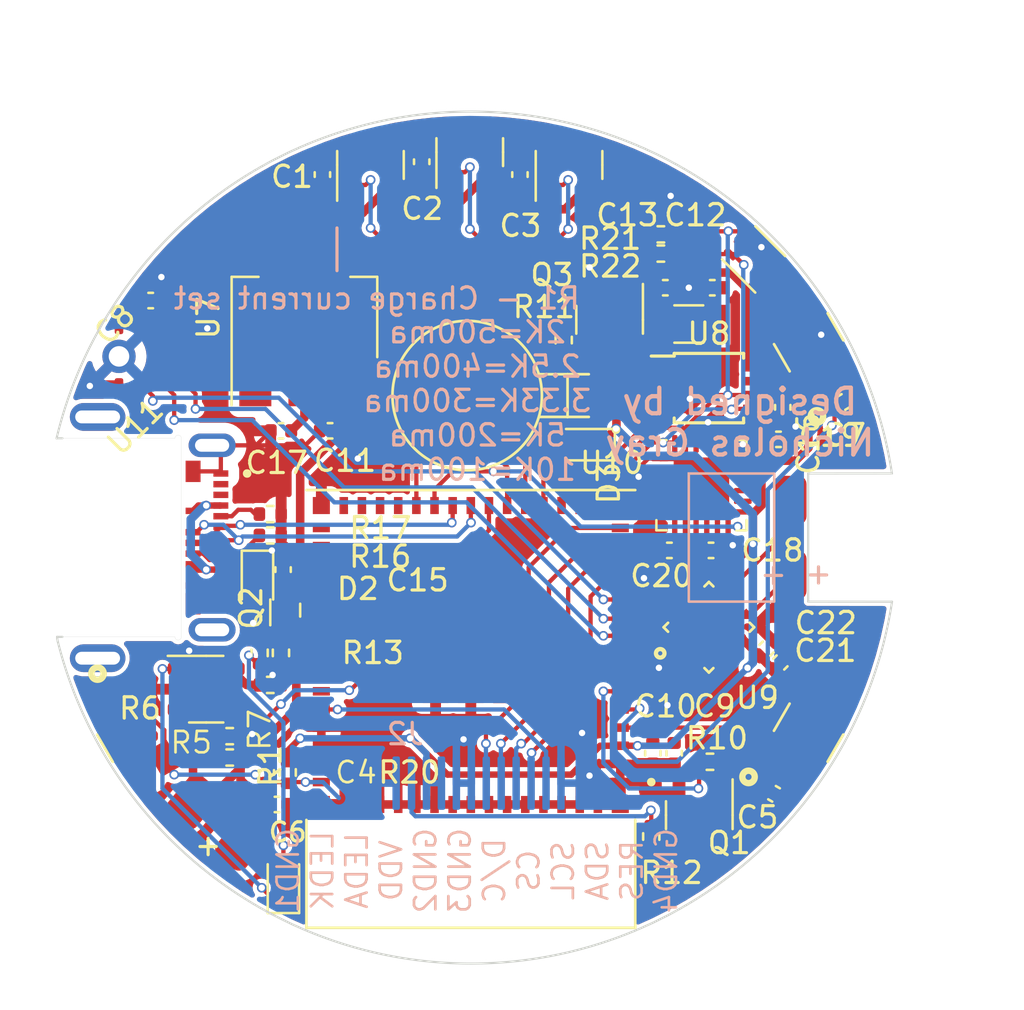
<source format=kicad_pcb>
(kicad_pcb (version 20211014) (generator pcbnew)
  (layers (0 "F.Cu" signal) (31 "B.Cu" signal) (34 "B.Paste" user) (35 "F.Paste" user) (36 "B.SilkS" user "B.Silkscreen") (37 "F.SilkS" user "F.Silkscreen") (38 "B.Mask" user) (39 "F.Mask" user) (44 "Edge.Cuts" user))
  (net 0 "")
  (net 1 "+3V3")
  (net 2 "GND")
  (net 3 "EN")
  (net 4 "IO0")
  (net 5 "+BATT")
  (net 6 "IO1")
  (net 7 "PSU")
  (net 8 "Net-(C12-Pad2)")
  (net 9 "Net-(C13-Pad1)")
  (net 10 "Net-(TP16-Pad1)")
  (net 11 "Net-(C18-Pad1)")
  (net 12 "Net-(C19-Pad2)")
  (net 13 "STAT")
  (net 14 "VCC_IN")
  (net 15 "CC1")
  (net 16 "D+")
  (net 17 "D-")
  (net 18 "CC2")
  (net 19 "Net-(TP18-Pad1)")
  (net 20 "Net-(LS1-Pad1)")
  (net 21 "Net-(LS1-Pad2)")
  (net 22 "Net-(Q1-Pad1)")
  (net 23 "Net-(Q1-Pad3)")
  (net 24 "Net-(R1-Pad2)")
  (net 25 "HES1")
  (net 26 "HES2")
  (net 27 "HES3")
  (net 28 "Battery")
  (net 29 "Net-(TP19-Pad1)")
  (net 30 "LED")
  (net 31 "Net-(J2-Pad2)")
  (net 32 "Net-(TP20-Pad1)")
  (net 33 "LRCLK{slash}WS")
  (net 34 "BCLK{slash}SCK")
  (net 35 "GAIN")
  (net 36 "DIN{slash}SD")
  (net 37 "SD")
  (net 38 "Net-(TP21-Pad1)")
  (net 39 "INT1")
  (net 40 "Net-(TP22-Pad1)")
  (net 41 "Net-(TP23-Pad1)")
  (net 42 "Net-(TP24-Pad1)")
  (net 43 "Net-(TP25-Pad1)")
  (net 44 "Net-(TP26-Pad1)")
  (net 45 "Net-(TP27-Pad1)")
  (net 51 "SCL")
  (net 53 "SDA")
  (net 66 "DC")
  (net 67 "CS")
  (net 68 "SCK")
  (net 69 "MOSI")
  (net 70 "RES")
  (net 71 "INT")
  (net 73 "Net-(Q3-Pad1)")
  (net 74 "HMotor")
  (net 75 "Net-(D3-Pad2)")
  (net 81 "Net-(D1-Pad2)")
  (footprint "Resistor_SMD:R_0402_1005Metric" (layer "F.Cu") (at 141.7 96.9 180)
    (fp_text reference "R1")
    (fp_text value "2.5K")
  )
  (footprint "Package_TO_SOT_SMD:SOT-23" (layer "F.Cu") (at 151.041608 71.95 90)
    (fp_text reference "U2" hide)
    (fp_text value "XC3202B183MR-G")
  )
  (footprint "Capacitor_SMD:C_0402_1005Metric" (layer "F.Cu") (at 164.941608 95.2 45)
    (fp_text reference "C22")
    (fp_text value "10uF")
  )
  (footprint "Capacitor_SMD:C_0402_1005Metric" (layer "F.Cu") (at 160.391608 90.6)
    (fp_text reference "C20")
    (fp_text value "0.1uF")
  )
  (footprint "Capacitor_SMD:C_0402_1005Metric" (layer "F.Cu") (at 142.3 91.5 90)
    (fp_text reference "C15")
    (fp_text value "1uF")
  )
  (footprint "Capacitor_SMD:C_0402_1005Metric" (layer "F.Cu") (at 165.591608 95.85 45)
    (fp_text reference "C21")
    (fp_text value "0.1uF")
  )
  (footprint "Resistor_SMD:R_0402_1005Metric" (layer "F.Cu") (at 159.541608 104 90)
    (fp_text reference "R12")
    (fp_text value "10")
  )
  (footprint "Package_TO_SOT_SMD:SOT-23" (layer "F.Cu") (at 157.591608 79.8 -90)
    (fp_text reference "Q3")
    (fp_text value "s8050")
  )
  (footprint "Capacitor_SMD:C_0402_1005Metric" (layer "F.Cu") (at 165.291608 102 -30)
    (fp_text reference "C5")
    (fp_text value "0.1uF")
  )
  (footprint "Capacitor_SMD:C_0402_1005Metric" (layer "F.Cu") (at 165.5 85.4 180)
    (fp_text reference "C19")
    (fp_text value "22nF")
  )
  (footprint "Resistor_SMD:R_0402_1005Metric" (layer "F.Cu") (at 141.7 88.9 180)
    (fp_text reference "R17")
    (fp_text value "5.1K")
  )
  (footprint "Capacitor_SMD:C_0402_1005Metric" (layer "F.Cu") (at 160.615192 100.1 -90)
    (fp_text reference "C9")
    (fp_text value "0.1uF")
  )
  (footprint "Capacitor_SMD:C_0402_1005Metric" (layer "F.Cu") (at 144.141608 73 90)
    (fp_text reference "C1")
    (fp_text value "0.1uF")
  )
  (footprint "Resistor_SMD:R_0402_1005Metric" (layer "F.Cu") (at 142.2 95.4 90)
    (fp_text reference "R13")
    (fp_text value "100K")
  )
  (footprint "OptoDevice:Lite-On_LTR-303ALS-01" (layer "F.Cu") (at 164.341608 76.9 135)
    (fp_text reference "U6" hide)
    (fp_text value "LTR-303ALS-01")
  )
  (footprint "Capacitor_SMD:C_0402_1005Metric" (layer "F.Cu") (at 165.7 83.9 90)
    (fp_text reference "C16")
    (fp_text value "0.1uF")
  )
  (footprint "Capacitor_SMD:C_0402_1005Metric" (layer "F.Cu") (at 148.791608 72.4 90)
    (fp_text reference "C2")
    (fp_text value "0.1uF")
  )
  (footprint "Capacitor_SMD:C_0402_1005Metric" (layer "F.Cu") (at 142.2 85)
    (fp_text reference "C17")
    (fp_text value "10uF")
  )
  (footprint "Package_TO_SOT_SMD:SOT-23" (layer "F.Cu") (at 161.791608 103 -90)
    (fp_text reference "Q1")
    (fp_text value "s8050")
  )
  (footprint "Capacitor_SMD:C_0402_1005Metric" (layer "F.Cu") (at 141.515192 101 90)
    (fp_text reference "C4")
    (fp_text value "0.1uF")
  )
  (footprint "Resistor_SMD:R_0402_1005Metric" (layer "F.Cu") (at 141.2 95.4 90)
    (fp_text reference "R7")
    (fp_text value "470")
  )
  (footprint "Crystal:Crystal_SMD_3215-2Pin_3.2x1.5mm" (layer "F.Cu") (at 161.3 80 180)
    (fp_text reference "Y1" hide)
    (fp_text value "32.768KHz")
  )
  (footprint "Capacitor_SMD:C_0402_1005Metric" (layer "F.Cu") (at 160.2 78.3)
    (fp_text reference "C13")
    (fp_text value "12pF")
  )
  (footprint "Resistor_SMD:R_0402_1005Metric" (layer "F.Cu") (at 141.7 89.9 180)
    (fp_text reference "R16")
    (fp_text value "5.1K")
  )
  (footprint "footprint:SW_EVQ-P7J01P" (layer "F.Cu") (at 166.91015 99.1375 60)
    (fp_text reference "SW2" hide)
    (fp_text value "SW_Push")
  )
  (footprint "Resistor_SMD:R_0402_1005Metric" (layer "F.Cu") (at 155.441608 80.75 90)
    (fp_text reference "R11")
    (fp_text value "1K")
  )
  (footprint "Capacitor_SMD:C_0402_1005Metric" (layer "F.Cu") (at 153.391608 73 90)
    (fp_text reference "C3")
    (fp_text value "0.1uF")
  )
  (footprint "Diode_SMD:D_0603_1608Metric" (layer "F.Cu") (at 156.35 85.65 180)
    (fp_text reference "D3")
    (fp_text value "SD0805S020S1R0")
  )
  (footprint "footprint:QFN50P300X300X80-17N" (layer "F.Cu") (at 162.241608 94.2 45)
    (fp_text reference "U9")
    (fp_text value "MAX98357AETE")
  )
  (footprint "footprint:XCVR_ESP32-S3-MINI-1-N8" (layer "F.Cu") (at 151.091608 95.5 180)
    (fp_text reference "U4" hide)
    (fp_text value "ESP32-S3-MINI-1-N8")
  )
  (footprint "Capacitor_SMD:C_0402_1005Metric" (layer "F.Cu") (at 159.615192 100.1 -90)
    (fp_text reference "C10")
    (fp_text value "22uF")
  )
  (footprint "Package_TO_SOT_SMD:SOT-223" (layer "F.Cu") (at 143.3 79.7 90)
    (fp_text reference "U7")
    (fp_text value "AZ1117-3.3")
  )
  (footprint "Capacitor_SMD:C_0402_1005Metric" (layer "F.Cu") (at 162.4 78.3)
    (fp_text reference "C12")
    (fp_text value "12pF")
  )
  (footprint "footprint:Batt" (layer "F.Cu") (at 137.429421 105.482283 -40)
    (fp_text reference "BT1" hide)
    (fp_text value "Battery")
  )
  (footprint "LED_SMD:LED_0603_1608Metric" (layer "F.Cu") (at 142.315192 106.1 90)
    (fp_text reference "D1" hide)
    (fp_text value "LED")
  )
  (footprint "Package_SO:TSSOP-8_3x3mm_P0.65mm" (layer "F.Cu") (at 162.241608 83)
    (fp_text reference "U8")
    (fp_text value "PCF8563TS")
  )
  (footprint "Capacitor_SMD:C_0402_1005Metric" (layer "F.Cu") (at 168.541608 83.65 30)
    (fp_text reference "C7")
    (fp_text value "0.1uF")
  )
  (footprint "Resistor_SMD:R_0402_1005Metric" (layer "F.Cu") (at 162.291608 100.5)
    (fp_text reference "R10")
    (fp_text value "1K")
  )
  (footprint "footprint:SW_EVQ-P7J01P" (layer "F.Cu") (at 135.210192 99.140565 -60)
    (fp_text reference "SW1" hide)
    (fp_text value "SW_Push")
  )
  (footprint "Package_TO_SOT_SMD:SOT-23-5" (layer "F.Cu") (at 138.7 97.1)
    (fp_text reference "U5" hide)
    (fp_text value "MCP73831T-2ATI/OT")
  )
  (footprint "Package_TO_SOT_SMD:SOT-723" (layer "F.Cu") (at 142.4 93.4 90)
    (fp_text reference "Q2")
    (fp_text value "CJ3139K")
  )
  (footprint "Package_TO_SOT_SMD:SOT-23" (layer "F.Cu") (at 155.691608 72.55 90)
    (fp_text reference "U3" hide)
    (fp_text value "XC3202B183MR-G")
  )
  (footprint "Package_DFN_QFN:QFN-24-1EP_4x4mm_P0.5mm_EP2.6x2.6mm" (layer "F.Cu") (at 161.891608 87.55)
    (fp_text reference "U10")
    (fp_text value "MPU6050")
  )
  (footprint "Resistor_SMD:R_0402_1005Metric" (layer "F.Cu") (at 159.991608 76.7)
    (fp_text reference "R22")
    (fp_text value "4.7K")
  )
  (footprint "Diode_SMD:D_0603_1608Metric" (layer "F.Cu") (at 141.1 92.1 -90)
    (fp_text reference "D2")
    (fp_text value "SD0805S020S1R0")
  )
  (footprint "footprint:SW_EVQ-P7J01P" (layer "F.Cu") (at 166.91374 80.853654 120)
    (fp_text reference "SW3" hide)
    (fp_text value "SW_Push")
  )
  (footprint "Capacitor_SMD:C_0402_1005Metric" (layer "F.Cu") (at 144.5 85)
    (fp_text reference "C11")
    (fp_text value "10uF")
  )
  (footprint "Resistor_SMD:R_0402_1005Metric" (layer "F.Cu") (at 139.8 100.3 180)
    (fp_text reference "R5")
    (fp_text value "442K")
  )
  (footprint "footprint:XDCR_C0720B001F" (layer "F.Cu") (at 152.891608 83.35 90)
    (fp_text reference "M1" hide)
    (fp_text value "HMotor")
  )
  (footprint "Package_TO_SOT_SMD:SOT-23" (layer "F.Cu") (at 146.391608 72.55 90)
    (fp_text reference "U1" hide)
    (fp_text value "XC3202B183MR-G")
  )
  (footprint "footprint:INMP441" (layer "F.Cu") (at 135.665 77.515 180)
    (fp_text reference "U11")
    (fp_text value "INMP441")
  )
  (footprint "Capacitor_SMD:C_0402_1005Metric" (layer "F.Cu") (at 142.015192 102.5)
    (fp_text reference "C6")
    (fp_text value "4.7uF")
  )
  (footprint "footprint:MOLEX_1054550101" (layer "F.Cu") (at 135.615192 90 -90)
    (fp_text reference "J1" hide)
    (fp_text value "1054550101")
    (fp_line (start -4.65 -1.92) (end 4.65 -1.92) (layer "Edge.Cuts") (width 0.01))
    (fp_line (start 4.65 3.65) (end 4.65 -1.62) (layer "Edge.Cuts") (width 0.01))
    (fp_line (start -4.65 3.65) (end -4.65 -1.62) (layer "Edge.Cuts") (width 0.01))
    (fp_arc (start 4.8 -1.77) (mid 4.756066 -1.663934) (end 4.65 -1.62) (layer "Edge.Cuts") (width 0.01))
    (fp_arc (start -4.8 -1.77) (mid -4.756066 -1.876066) (end -4.65 -1.92) (layer "Edge.Cuts") (width 0.01))
    (fp_arc (start -4.65 -1.62) (mid -4.756066 -1.663934) (end -4.8 -1.77) (layer "Edge.Cuts") (width 0.01))
    (fp_arc (start 4.65 -1.92) (mid 4.756066 -1.876066) (end 4.8 -1.77) (layer "Edge.Cuts") (width 0.01))
  )
  (footprint "Resistor_SMD:R_0402_1005Metric" (layer "F.Cu") (at 139.8 99.3)
    (fp_text reference "R6")
    (fp_text value "160K")
  )
  (footprint "Resistor_SMD:R_0402_1005Metric" (layer "F.Cu") (at 159.991608 75.8)
    (fp_text reference "R21")
    (fp_text value "4.7K")
  )
  (footprint "Resistor_SMD:R_0402_1005Metric" (layer "F.Cu") (at 142.515192 101 -90)
    (fp_text reference "R20")
    (fp_text value "10k")
  )
  (footprint "Capacitor_SMD:C_0402_1005Metric" (layer "F.Cu") (at 136.1 78.9)
    (fp_text reference "C8")
    (fp_text value "0.1uF")
  )
  (footprint "Capacitor_SMD:C_0402_1005Metric" (layer "F.Cu") (at 162.341608 90.6)
    (fp_text reference "C18")
    (fp_text value "0.1uF")
  )
  (footprint "footprint:Speaker6mm" (layer "B.Cu") (at 169.3 90 -90)
    (fp_text reference "LS1" hide)
    (fp_text value "Speaker")
  )
  (footprint "footprint:Circular Display connector" (layer "B.Cu") (at 149.715192 104.3 180)
    (fp_text reference "J2")
    (fp_text value "Display")
  )
  (gr_line (start 144.823584 77.5) (end 144.823584 75.5) (layer "B.SilkS") (width 0.15))
  (gr_line (start 166.891608 87) (end 166.891608 93) (layer "Edge.Cuts") (width 0.1))
  (gr_line (start 131.715192 94.65) (end 131.965192 94.65) (layer "Edge.Cuts") (width 0.1))
  (gr_line (start 131.691609 85.35) (end 131.965192 85.35) (layer "Edge.Cuts") (width 0.1))
  (gr_line (start 170.813733 86.996629) (end 166.891608 87) (layer "Edge.Cuts") (width 0.1))
  (gr_line (start 131.725192 94.75) (end 131.715192 94.65) (layer "Edge.Cuts") (width 0.1))
  (gr_line (start 131.743919 94.849421) (end 131.725192 94.75) (layer "Edge.Cuts") (width 0.1))
  (gr_line (start 170.81739 93.003927) (end 166.891608 93) (layer "Edge.Cuts") (width 0.1))
  (gr_arc (start 131.691609 85.35) (mid 151.930532 70.068145) (end 170.813733 86.996629) (layer "Edge.Cuts") (width 0.1))
  (gr_arc (start 170.81739 93.003927) (mid 152.036393 109.927439) (end 131.743919 94.849421) (layer "Edge.Cuts") (width 0.1))
  (gr_text "R1 - Charge current set\n" (at 146.689286 78.8) (layer "B.SilkS") (effects (font (size 1 1)) (justify mirror)))
  (gr_text "Designed by\nNicholas Gray\n" (at 163.689286 84.6) (layer "B.SilkS") (effects (font (size 1.2 1.2) (thickness 0.2)) (justify mirror)))
  (gr_text "GND1\nLEDK\nLEDA\nVDD\nGND2\nGND3\nD/C\nCS\nSCL\nSDA\nRES\nGND4\n" (at 151.389286 105.6 90) (layer "B.SilkS") (effects (font (size 1 1) (thickness 0.125)) (justify mirror)))
  (gr_text "+\n" (at 165.265702 91.7) (layer "B.SilkS") (effects (font (size 1 1)) (justify mirror)))
  (gr_text "2K=500ma\n2.5K=400ma\n3.33K=300ma\n5K=200ma\n10K=100ma" (at 151.389286 83.6) (layer "B.SilkS") (effects (font (size 1 1)) (justify mirror)))
  (gr_text "+\n\n" (at 138.789286 105.2) (layer "F.SilkS") (effects (font (size 1 1)) (justify mirror)))
  (segment (start 157.169108 73.4875) (end 159.481608 75.8) (width 0.4) (layer "F.Cu") (net 1))
  (segment (start 161.141608 90.058392) (end 161.1 90.1) (width 0.2) (layer "F.Cu") (net 1))
  (segment (start 150.079108 74.8) (end 151.991608 72.8875) (width 0.4) (layer "F.Cu") (net 1))
  (segment (start 164.125 82.025) (end 164.1 82) (width 0.4) (layer "F.Cu") (net 1))
  (segment (start 164.602197 95.539411) (end 164.602197 95.547803) (width 0.3) (layer "F.Cu") (net 1))
  (segment (start 154.36399 74.62452) (end 155.504588 74.62452) (width 0.4) (layer "F.Cu") (net 1))
  (segment (start 136.715 80.175) (end 135.665 80.175) (width 0.4) (layer "F.Cu") (net 1))
  (segment (start 166.9 85.083193) (end 166.924511 85.058682) (width 0.4) (layer "F.Cu") (net 1))
  (segment (start 158.091608 99.75) (end 157.15 99.75) (width 0.3) (layer "F.Cu") (net 1))
  (segment (start 164.1 78.414401) (end 163.276079 77.59048) (width 0.4) (layer "F.Cu") (net 1))
  (segment (start 153.391608 73.652138) (end 154.36399 74.62452) (width 0.4) (layer "F.Cu") (net 1))
  (segment (start 165.7 83.42) (end 165.7 82.43437) (width 0.4) (layer "F.Cu") (net 1))
  (segment (start 155.504588 74.62452) (end 156.641608 73.4875) (width 0.4) (layer "F.Cu") (net 1))
  (segment (start 160.871608 90.328392) (end 161.1 90.1) (width 0.4) (layer "F.Cu") (net 1))
  (segment (start 166.924511 85.058682) (end 166.924511 84.124511) (width 0.4) (layer "F.Cu") (net 1))
  (segment (start 158.9 99.75) (end 160.485192 99.75) (width 0.3) (layer "F.Cu") (net 1))
  (segment (start 139.6 78.9) (end 136.58 78.9) (width 0.4) (layer "F.Cu") (net 1))
  (segment (start 151.991608 73.391608) (end 152.08 73.48) (width 0.4) (layer "F.Cu") (net 1))
  (segment (start 143.3 82.85) (end 143.3 82.6) (width 0.4) (layer "F.Cu") (net 1))
  (segment (start 166.9 85.8) (end 166.9 85.083193) (width 0.4) (layer "F.Cu") (net 1))
  (segment (start 136.58 80.04) (end 136.715 80.175) (width 0.4) (layer "F.Cu") (net 1))
  (segment (start 142.515192 100.49) (end 142.515192 99.984808) (width 0.3) (layer "F.Cu") (net 1))
  (segment (start 165.7 82.43437) (end 165.29063 82.025) (width 0.4) (layer "F.Cu") (net 1))
  (segment (start 150 101.1) (end 148.3 99.4) (width 0.3) (layer "F.Cu") (net 1))
  (segment (start 164.7 88.495002) (end 164.7 87.1) (width 0.4) (layer "F.Cu") (net 1))
  (segment (start 156.641608 73.4875) (end 157.169108 73.4875) (width 0.4) (layer "F.Cu") (net 1))
  (segment (start 165.29063 82.025) (end 164.391608 82.025) (width 0.4) (layer "F.Cu") (net 1))
  (segment (start 159.481608 75.8) (end 159.481608 76.7) (width 0.4) (layer "F.Cu") (net 1))
  (segment (start 139.6 76.550978) (end 142.670978 73.48) (width 0.4) (layer "F.Cu") (net 1))
  (segment (start 157.15 99.75) (end 155.8 101.1) (width 0.3) (layer "F.Cu") (net 1))
  (segment (start 164.3 90.3) (end 163.29048 91.30952) (width 0.4) (layer "F.Cu") (net 1))
  (segment (start 164.602197 95.547803) (end 164.05 96.1) (width 0.3) (layer "F.Cu") (net 1))
  (segment (start 166.3 86.4) (end 166.9 85.8) (width 0.4) (layer "F.Cu") (net 1))
  (segment (start 148.6 74.8) (end 150.079108 74.8) (width 0.4) (layer "F.Cu") (net 1))
  (segment (start 153.391608 73.48) (end 153.391608 73.652138) (width 0.4) (layer "F.Cu") (net 1))
  (segment (start 165.4 86.4) (end 166.3 86.4) (width 0.4) (layer "F.Cu") (net 1))
  (segment (start 163.786636 94.684368) (end 163.786636 94.684369) (width 0.4) (layer "F.Cu") (net 1))
  (segment (start 161.20952 91.30952) (end 160.871608 90.971608) (width 0.4) (layer "F.Cu") (net 1))
  (segment (start 164.7 87.1) (end 165.4 86.4) (width 0.4) (layer "F.Cu") (net 1))
  (segment (start 163.276079 77.59048) (end 160.09048 77.59048) (width 0.4) (layer "F.Cu") (net 1))
  (segment (start 163.786636 94.684369) (end 163.457493 95.013512) (width 0.4) (layer "F.Cu") (net 1))
  (segment (start 164.1 78.414401) (end 164.518385 77.996016) (width 0.4) (layer "F.Cu") (net 1))
  (segment (start 139.6 78.9) (end 139.6 76.550978) (width 0.4) (layer "F.Cu") (net 1))
  (segment (start 147.341608 73.4875) (end 148.184108 73.4875) (width 0.4) (layer "F.Cu") (net 1))
  (segment (start 160.871608 90.6) (end 160.871608 90.328392) (width 0.4) (layer "F.Cu") (net 1))
  (segment (start 151.991608 72.8875) (end 151.991608 73.391608) (width 0.4) (layer "F.Cu") (net 1))
  (segment (start 142.515192 99.984808) (end 143.1 99.4) (width 0.3) (layer "F.Cu") (net 1))
  (segment (start 143.3 82.6) (end 139.6 78.9) (width 0.4) (layer "F.Cu") (net 1))
  (segment (start 157.911608 84.875892) (end 157.89375 84.89375) (width 0.4) (layer "F.Cu") (net 1))
  (segment (start 163.29048 91.30952) (end 161.20952 91.30952) (width 0.4) (layer "F.Cu") (net 1))
  (segment (start 144.6 74.8) (end 146.029108 74.8) (width 0.4) (layer "F.Cu") (net 1))
  (segment (start 161.141608 89.4875) (end 161.141608 90.058392) (width 0.2) (layer "F.Cu") (net 1))
  (segment (start 147.341608 73.4875) (end 147.341608 73.541608) (width 0.4) (layer "F.Cu") (net 1))
  (segment (start 160.871608 90.971608) (end 160.871608 90.6) (width 0.4) (layer "F.Cu") (net 1))
  (segment (start 136.58 78.9) (end 136.58 80.04) (width 0.4) (layer "F.Cu") (net 1))
  (segment (start 143.3 82.85) (end 143.3 84.38) (width 0.4) (layer "F.Cu") (net 1))
  (segment (start 147.341608 73.541608) (end 148.6 74.8) (width 0.4) (layer "F.Cu") (net 1))
  (segment (start 152.08 73.48) (end 153.391608 73.48) (width 0.4) (layer "F.Cu") (net 1))
  (segment (start 157.89375 84.89375) (end 157.1375 85.65) (width 0.4) (layer "F.Cu") (net 1))
  (segment (start 166.22 83.42) (end 165.7 83.42) (width 0.4) (layer "F.Cu") (net 1))
  (segment (start 148.184108 73.4875) (end 148.791608 72.88) (width 0.4) (layer "F.Cu") (net 1))
  (segment (start 144.141608 74.341608) (end 144.6 74.8) (width 0.4) (layer "F.Cu") (net 1))
  (segment (start 164.3 88.895002) (end 164.7 88.495002) (width 0.4) (layer "F.Cu") (net 1))
  (segment (start 163.786636 94.72385) (end 165.252197 96.189411) (width 0.4) (layer "F.Cu") (net 1))
  (segment (start 143.3 84.38) (end 142.68 85) (width 0.4) (layer "F.Cu") (net 1))
  (segment (start 164.391608 82.025) (end 164.125 82.025) (width 0.4) (layer "F.Cu") (net 1))
  (segment (start 144.141608 73.48) (end 144.141608 74.341608) (width 0.4) (layer "F.Cu") (net 1))
  (segment (start 142.670978 73.48) (end 144.141608 73.48) (width 0.4) (layer "F.Cu") (net 1))
  (segment (start 166.924511 84.124511) (end 166.22 83.42) (width 0.4) (layer "F.Cu") (net 1))
  (segment (start 160.485192 99.75) (end 160.615192 99.62) (width 0.3) (layer "F.Cu") (net 1))
  (segment (start 155.8 101.1) (end 150 101.1) (width 0.3) (layer "F.Cu") (net 1))
  (segment (start 158.091608 99.75) (end 158.9 99.75) (width 0.3) (layer "F.Cu") (net 1))
  (segment (start 164.1 82) (end 164.1 78.414401) (width 0.4) (layer "F.Cu") (net 1))
  (segment (start 146.029108 74.8) (end 147.341608 73.4875) (width 0.4) (layer "F.Cu") (net 1))
  (segment (start 159.481608 76.981608) (end 159.481608 76.7) (width 0.4) (layer "F.Cu") (net 1))
  (segment (start 160.09048 77.59048) (end 159.481608 76.981608) (width 0.4) (layer "F.Cu") (net 1))
  (segment (start 164.3 90.3) (end 164.3 88.895002) (width 0.4) (layer "F.Cu") (net 1))
  (segment (start 157.911608 83.95) (end 157.911608 84.875892) (width 0.4) (layer "F.Cu") (net 1))
  (segment (start 163.786636 94.684368) (end 163.786636 94.72385) (width 0.4) (layer "F.Cu") (net 1))
  (via (at 157.89375 84.89375) (size 0.45) (drill 0.3) (layers "F.Cu" "B.Cu") (net 1))
  (via (at 158.9 99.75) (size 0.45) (drill 0.3) (layers "F.Cu" "B.Cu") (net 1))
  (via (at 148.25 99.4) (size 0.45) (drill 0.3) (layers "F.Cu" "B.Cu") (net 1))
  (via (at 164.3 90.3) (size 0.45) (drill 0.3) (layers "F.Cu" "B.Cu") (net 1))
  (via (at 164.05 96.1) (size 0.45) (drill 0.3) (layers "F.Cu" "B.Cu") (net 1))
  (via (at 143.1 99.4) (size 0.45) (drill 0.3) (layers "F.Cu" "B.Cu") (net 1))
  (segment (start 148.25 99.4) (end 148.3 99.4) (width 0.3) (layer "B.Cu") (net 1))
  (segment (start 158.9 99.75) (end 160.4 99.75) (width 0.3) (layer "B.Cu") (net 1))
  (segment (start 164.3 88.9) (end 164.3 95.85) (width 0.4) (layer "B.Cu") (net 1))
  (segment (start 159.174511 86.174511) (end 161.574511 86.174511) (width 0.4) (layer "B.Cu") (net 1))
  (segment (start 164.3 95.85) (end 164.05 96.1) (width 0.4) (layer "B.Cu") (net 1))
  (segment (start 143.1 99.4) (end 148.25 99.4) (width 0.3) (layer "B.Cu") (net 1))
  (segment (start 148.3 99.4) (end 149.015192 100.115192) (width 0.3) (layer "B.Cu") (net 1))
  (segment (start 160.4 99.75) (end 164.05 96.1) (width 0.3) (layer "B.Cu") (net 1))
  (segment (start 149.015192 100.115192) (end 149.015192 101.5) (width 0.3) (layer "B.Cu") (net 1))
  (segment (start 161.574511 86.174511) (end 164.3 88.9) (width 0.4) (layer "B.Cu") (net 1))
  (segment (start 157.89375 84.89375) (end 159.174511 86.174511) (width 0.4) (layer "B.Cu") (net 1))
  (segment (start 149.715192 101.5) (end 149.015192 101.5) (width 0.3) (layer "B.Cu") (net 1))
  (segment (start 142.21 96.834841) (end 141.808343 96.433184) (width 0.4) (layer "F.Cu") (net 2))
  (segment (start 152.741608 97.15) (end 149.441608 97.15) (width 0.3) (layer "F.Cu") (net 2))
  (segment (start 160.841608 100.806416) (end 160.615192 100.58) (width 0.2) (layer "F.Cu") (net 2))
  (segment (start 162.641608 89.4875) (end 162.641608 90.42) (width 0.2) (layer "F.Cu") (net 2))
  (segment (start 135.62 78.9) (end 135.62 79.17) (width 0.2) (layer "F.Cu") (net 2))
  (segment (start 135.62 79.17) (end 134.615 80.175) (width 0.2) (layer "F.Cu") (net 2))
  (segment (start 141.515192 100.136917) (end 142.852109 98.8) (width 0.2) (layer "F.Cu") (net 2))
  (segment (start 163.829108 86.3) (end 163.804588 86.32452) (width 0.2) (layer "F.Cu") (net 2))
  (segment (start 139.385192 86.09) (end 138.975192 85.68) (width 0.2) (layer "F.Cu") (net 2))
  (segment (start 159.4 86.3) (end 158.95 86.75) (width 0.2) (layer "F.Cu") (net 2))
  (segment (start 158.9 100.6) (end 158.091608 100.6) (width 0.2) (layer "F.Cu") (net 2))
  (segment (start 159.954108 86.3) (end 159.4 86.3) (width 0.2) (layer "F.Cu") (net 2))
  (segment (start 162.241608 94.2) (end 162.241608 93.846447) (width 0.2) (layer "F.Cu") (net 2))
  (segment (start 166.641608 78.932308) (end 166.641608 78.280761) (width 0.2) (layer "F.Cu") (net 2))
  (segment (start 141.04 85.68) (end 141.72 85) (width 0.2) (layer "F.Cu") (net 2))
  (segment (start 158.091608 100.6) (end 158.091608 102.5) (width 0.2) (layer "F.Cu") (net 2))
  (segment (start 162.241608 93.846447) (end 163.07953 93.008525) (width 0.2) (layer "F.Cu") (net 2))
  (segment (start 160.695161 96.1) (end 159.9 96.1) (width 0.2) (layer "F.Cu") (net 2))
  (segment (start 161.92 78.3) (end 161.3 78.3) (width 0.2) (layer "F.Cu") (net 2))
  (segment (start 166.641608 78.280761) (end 165.437624 77.076777) (width 0.2) (layer "F.Cu") (net 2))
  (segment (start 159.954108 86.3) (end 159.978628 86.32452) (width 0.2) (layer "F.Cu") (net 2))
  (segment (start 165.7 84.38) (end 165.7 85.12) (width 0.2) (layer "F.Cu") (net 2))
  (segment (start 142.21 90.168869) (end 141.774139 90.60473) (width 0.2) (layer "F.Cu") (net 2))
  (segment (start 161.3 78.3) (end 160.68 78.3) (width 0.2) (layer "F.Cu") (net 2))
  (segment (start 165.7 85.12) (end 165.98 85.4) (width 0.2) (layer "F.Cu") (net 2))
  (segment (start 141.808343 96.433184) (end 142.2 96.041527) (width 0.4) (layer "F.Cu") (net 2))
  (segment (start 140.85 99.2) (end 140.85 99.15) (width 0.2) (layer "F.Cu") (net 2))
  (segment (start 139.285192 86.9) (end 139.385192 87) (width 0.2) (layer "F.Cu") (net 2))
  (segment (start 161.641608 87.8) (end 161.891608 87.55) (width 0.2) (layer "F.Cu") (net 2))
  (segment (start 160.595192 100.6) (end 158.9 100.6) (width 0.2) (layer "F.Cu") (net 2))
  (segment (start 149.441608 95.5) (end 152.741608 95.5) (width 0.3) (layer "F.Cu") (net 2))
  (segment (start 149.441608 93.85) (end 152.741608 93.85) (width 0.3) (layer "F.Cu") (net 2))
  (segment (start 163.829108 86.3) (end 163.829108 85.629108) (width 0.2) (layer "F.Cu") (net 2))
  (segment (start 138.085192 86.9) (end 139.285192 86.9) (width 0.2) (layer "F.Cu") (net 2))
  (segment (start 141.04 85.68) (end 143.34 85.68) (width 0.2) (layer "F.Cu") (net 2))
  (segment (start 163.116822 90.6) (end 163.358411 90.358411) (width 0.2) (layer "F.Cu") (net 2))
  (segment (start 142.2 96.041527) (end 142.2 95.91) (width 0.4) (layer "F.Cu") (net 2))
  (segment (start 140.85 99.15) (end 140.9 99.1) (width 0.2) (layer "F.Cu") (net 2))
  (segment (start 143.34 85.68) (end 144.02 85) (width 0.2) (layer "F.Cu") (net 2))
  (segment (start 160.666128 86.32452) (end 161.891608 87.55) (width 0.2) (layer "F.Cu") (net 2))
  (segment (start 161.403686 95.391475) (end 160.695161 96.1) (width 0.2) (layer "F.Cu") (net 2))
  (segment (start 160.615192 100.58) (end 160.595192 100.6) (width 0.2) (layer "F.Cu") (net 2))
  (segment (start 160.875 83.975) (end 161.35 83.5) (width 0.2) (layer "F.Cu") (net 2))
  (segment (start 162.241608 94.2) (end 161.888055 94.2) (width 0.2) (layer "F.Cu") (net 2))
  (segment (start 142.21 96.9) (end 142.21 96.834841) (width 0.4) (layer "F.Cu") (net 2))
  (segment (start 139.385192 93) (end 139.585192 93) (width 0.2) (layer "F.Cu") (net 2))
  (segment (start 141.515192 100.52) (end 141.515192 100.136917) (width 0.2) (layer "F.Cu") (net 2))
  (segment (start 140.75 99.3) (end 140.31 99.3) (width 0.2) (layer "F.Cu") (net 2))
  (segment (start 140.585192 94) (end 140.9 94) (width 0.2) (layer "F.Cu") (net 2))
  (segment (start 161.888055 94.2) (end 161.050133 93.362078) (width 0.2) (layer "F.Cu") (net 2))
  (segment (start 161.641608 89.4875) (end 161.641608 87.8) (width 0.2) (layer "F.Cu") (net 2))
  (segment (start 140.85 99.2) (end 140.75 99.3) (width 0.2) (layer "F.Cu") (net 2))
  (segment (start 151.091608 97.15) (end 151.091608 93.85) (width 0.3) (layer "F.Cu") (net 2))
  (segment (start 142.3 91.02) (end 142.189409 91.02) (width 0.2) (layer "F.Cu") (net 2))
  (segment (start 142.21 89.9) (end 142.21 90.168869) (width 0.2) (layer "F.Cu") (net 2))
  (segment (start 163.804588 86.32452) (end 163.117088 86.32452) (width 0.2) (layer "F.Cu") (net 2))
  (segment (start 142.852109 98.8) (end 143.991608 98.8) (width 0.2) (layer "F.Cu") (net 2))
  (segment (start 162.641608 90.42) (end 162.821608 90.6) (width 0.2) (layer "F.Cu") (net 2))
  (segment (start 160.091608 83.975) (end 160.875 83.975) (width 0.2) (layer "F.Cu") (net 2))
  (segment (start 139.385192 93) (end 138.185192 93) (width 0.2) (layer "F.Cu") (net 2))
  (segment (start 139.385192 87) (end 139.385192 86.09) (width 0.2) (layer "F.Cu") (net 2))
  (segment (start 162.241608 94.2) (end 162.241608 94.553553) (width 0.2) (layer "F.Cu") (net 2))
  (segment (start 160.841608 102.0625) (end 160.841608 100.806416) (width 0.2) (layer "F.Cu") (net 2))
  (segment (start 139.585192 93) (end 140.585192 94) (width 0.2) (layer "F.Cu") (net 2))
  (segment (start 162.821608 90.6) (end 163.116822 90.6) (width 0.2) (layer "F.Cu") (net 2))
  (segment (start 152.741608 93.85) (end 152.741608 97.15) (width 0.3) (layer "F.Cu") (net 2))
  (segment (start 138.975192 85.68) (end 141.04 85.68) (width 0.2) (layer "F.Cu") (net 2))
  (segment (start 158.95 86.75) (end 158.95 87.15) (width 0.2) (layer "F.Cu") (net 2))
  (segment (start 158.091608 102.5) (end 142.495192 102.5) (width 0.2) (layer "F.Cu") (net 2))
  (segment (start 142.189409 91.02) (end 141.774139 90.60473) (width 0.2) (layer "F.Cu") (net 2))
  (segment (start 163.117088 86.32452) (end 161.891608 87.55) (width 0.2) (layer "F.Cu") (net 2))
  (segment (start 162.241608 94.553553) (end 161.403686 95.391475) (width 0.2) (layer "F.Cu") (net 2))
  (segment (start 149.441608 97.15) (end 149.441608 93.85) (width 0.3) (layer "F.Cu") (net 2))
  (segment (start 138.185192 93) (end 138.085192 93.1) (width 0.2) (layer "F.Cu") (net 2))
  (segment (start 143.991608 98.8) (end 144.091608 98.9) (width 0.2) (layer "F.Cu") (net 2))
  (segment (start 159.978628 86.32452) (end 160.666128 86.32452) (width 0.2) (layer "F.Cu") (net 2))
  (via (at 145.8 86.3) (size 0.45) (drill 0.3) (layers "F.Cu" "B.Cu") (net 2))
  (via (at 164.7 76.4) (size 0.45) (drill 0.3) (layers "F.Cu" "B.Cu") (net 2))
  (via (at 141.808343 96.433184) (size 0.45) (drill 0.3) (layers "F.Cu" "B.Cu") (net 2))
  (via (at 150.75 99.45) (size 0.45) (drill 0.3) (layers "F.Cu" "B.Cu") (net 2))
  (via (at 137.9 95.3) (size 0.45) (drill 0.3) (layers "F.Cu" "B.Cu") (net 2))
  (via (at 136.6 77.8) (size 0.45) (drill 0.3) (layers "F.Cu" "B.Cu") (net 2))
  (via (at 161.35 83.5) (size 0.45) (drill 0.3) (layers "F.Cu" "B.Cu") (net 2))
  (via (at 160.45 74) (size 0.45) (drill 0.3) (layers "F.Cu" "B.Cu") (net 2))
  (via (at 156.3 99.15) (size 0.45) (drill 0.3) (layers "F.Cu" "B.Cu") (net 2))
  (via (at 159.2 91.9) (size 0.45) (drill 0.3) (layers "F.Cu" "B.Cu") (net 2))
  (via (at 162.2 84.6) (size 0.45) (drill 0.3) (layers "F.Cu" "B.Cu") (net 2))
  (via (at 166.3 84.8) (size 0.45) (drill 0.3) (layers "F.Cu" "B.Cu") (net 2))
  (via (at 159.9 96.1) (size 0.45) (drill 0.3) (layers "F.Cu" "B.Cu") (net 2))
  (via (at 161.3 78.3) (size 0.45) (drill 0.3) (layers "F.Cu" "B.Cu") (net 2))
  (via (at 163.358411 90.358411) (size 0.45) (drill 0.3) (layers "F.Cu" "B.Cu") (net 2))
  (via (at 141.774139 90.60473) (size 0.45) (drill 0.3) (layers "F.Cu" "B.Cu") (net 2))
  (via (at 140.85 99.2) (size 0.45) (drill 0.3) (layers "F.Cu" "B.Cu") (net 2))
  (via (at 158.95 87.15) (size 0.45) (drill 0.3) (layers "F.Cu" "B.Cu") (net 2))
  (via (at 163.829108 85.629108) (size 0.45) (drill 0.3) (layers "F.Cu" "B.Cu") (net 2))
  (via (at 167.5 80.5) (size 0.45) (drill 0.3) (layers "F.Cu" "B.Cu") (net 2))
  (via (at 156.65 101.15) (size 0.45) (drill 0.3) (layers "F.Cu" "B.Cu") (net 2))
  (via (at 156.65 77.35) (size 0.45) (drill 0.3) (layers "F.Cu" "B.Cu") (net 2))
  (via (at 133.25 82.9) (size 0.45) (drill 0.3) (layers "F.Cu" "B.Cu") (net 2))
  (via (at 140.9 94) (size 0.45) (drill 0.3) (layers "F.Cu" "B.Cu") (net 2))
  (via (at 138.75 80.2) (size 0.45) (drill 0.3) (layers "F.Cu" "B.Cu") (net 2))
  (via (at 160.3 97.85) (size 0.45) (drill 0.3) (layers "F.Cu" "B.Cu") (net 2))
  (segment (start 151.115192 101.5) (end 150.415192 101.5) (width 0.2) (layer "B.Cu") (net 2))
  (segment (start 136.73806 100.336911) (end 136.73806 100.63806) (width 0.2) (layer "F.Cu") (net 3))
  (segment (start 136.73806 99.019219) (end 134.93806 97.219219) (width 0.2) (layer "F.Cu") (net 3))
  (segment (start 141.372625 101.48) (end 140.996758 101.104133) (width 0.2) (layer "F.Cu") (net 3))
  (segment (start 143.35 101.45) (end 141.545192 101.45) (width 0.2) (layer "F.Cu") (net 3))
  (segment (start 141.515192 101.48) (end 141.372625 101.48) (width 0.2) (layer "F.Cu") (net 3))
  (segment (start 136.73806 100.336911) (end 136.73806 99.019219) (width 0.2) (layer "F.Cu") (net 3))
  (segment (start 144.091608 101.45) (end 143.35 101.45) (width 0.2) (layer "F.Cu") (net 3))
  (segment (start 136.73806 100.63806) (end 137.2 101.1) (width 0.2) (layer "F.Cu") (net 3))
  (segment (start 141.545192 101.45) (end 141.515192 101.48) (width 0.2) (layer "F.Cu") (net 3))
  (via (at 143.35 101.45) (size 0.45) (drill 0.3) (layers "F.Cu" "B.Cu") (net 3))
  (via (at 137.2 101.1) (size 0.45) (drill 0.3) (layers "F.Cu" "B.Cu") (net 3))
  (via (at 140.996758 101.104133) (size 0.45) (drill 0.3) (layers "F.Cu" "B.Cu") (net 3))
  (segment (start 143.35 101.45) (end 144.165192 101.45) (width 0.2) (layer "B.Cu") (net 3))
  (segment (start 137.204133 101.104133) (end 140.996758 101.104133) (width 0.2) (layer "B.Cu") (net 3))
  (segment (start 144.165192 101.45) (end 144.915192 102.2) (width 0.2) (layer "B.Cu") (net 3))
  (segment (start 137.2 101.1) (end 137.204133 101.104133) (width 0.2) (layer "B.Cu") (net 3))
  (segment (start 164.875916 101.76) (end 164.875916 100.840212) (width 0.2) (layer "F.Cu") (net 4))
  (segment (start 165.382282 99.016154) (end 167.182282 97.216154) (width 0.2) (layer "F.Cu") (net 4))
  (segment (start 164.875916 100.840212) (end 165.382282 100.333846) (width 0.2) (layer "F.Cu") (net 4))
  (segment (start 163.948436 98.9) (end 165.382282 100.333846) (width 0.2) (layer "F.Cu") (net 4))
  (segment (start 165.382282 100.333846) (end 165.382282 99.016154) (width 0.2) (layer "F.Cu") (net 4))
  (segment (start 163.948436 98.9) (end 158.091608 98.9) (width 0.2) (layer "F.Cu") (net 4))
  (segment (start 140.31 101.347804) (end 140.31 100.79) (width 0.4) (layer "F.Cu") (net 5))
  (segment (start 138.082409 98.569909) (end 137.5625 98.05) (width 0.4) (layer "F.Cu") (net 5))
  (segment (start 138.729504 102.370496) (end 140.31 100.79) (width 0.4) (layer "F.Cu") (net 5))
  (segment (start 141.462196 102.5) (end 140.31 101.347804) (width 0.4) (layer "F.Cu") (net 5))
  (segment (start 138.082409 102.370496) (end 138.082409 98.569909) (width 0.4) (layer "F.Cu") (net 5))
  (segment (start 140.31 100.3) (end 140.645681 100.3) (width 0.4) (layer "F.Cu") (net 5))
  (segment (start 140.645681 100.3) (end 142.91952 98.026161) (width 0.4) (layer "F.Cu") (net 5))
  (segment (start 141.535192 102.5) (end 141.462196 102.5) (width 0.4) (layer "F.Cu") (net 5))
  (segment (start 140.31 100.79) (end 140.31 100.3) (width 0.4) (layer "F.Cu") (net 5))
  (segment (start 138.082409 102.370496) (end 138.729504 102.370496) (width 0.4) (layer "F.Cu") (net 5))
  (segment (start 142.91952 94.09452) (end 142.8 93.975) (width 0.4) (layer "F.Cu") (net 5))
  (segment (start 142.91952 98.026161) (end 142.91952 94.09452) (width 0.4) (layer "F.Cu") (net 5))
  (segment (start 165.385872 80.975) (end 167.185872 82.775) (width 0.2) (layer "F.Cu") (net 6))
  (segment (start 165.385872 79.657308) (end 165.385872 80.975) (width 0.2) (layer "F.Cu") (net 6))
  (segment (start 168 84.75) (end 168.125916 84.624084) (width 0.2) (layer "F.Cu") (net 6))
  (segment (start 168.125916 84.624084) (end 168.125916 83.89) (width 0.2) (layer "F.Cu") (net 6))
  (segment (start 158.091608 98.05) (end 158.95 98.05) (width 0.2) (layer "F.Cu") (net 6))
  (segment (start 167.185872 82.949956) (end 168.125916 83.89) (width 0.2) (layer "F.Cu") (net 6))
  (segment (start 158.95 98.05) (end 159 98) (width 0.2) (layer "F.Cu") (net 6))
  (segment (start 167.185872 82.775) (end 167.185872 82.949956) (width 0.2) (layer "F.Cu") (net 6))
  (via (at 168 84.75) (size 0.45) (drill 0.3) (layers "F.Cu" "B.Cu") (net 6))
  (via (at 159 98) (size 0.45) (drill 0.3) (layers "F.Cu" "B.Cu") (net 6))
  (segment (start 158.908228 100.5) (end 158.25 99.841772) (width 0.2) (layer "B.Cu") (net 6))
  (segment (start 160.75 100.5) (end 158.908228 100.5) (width 0.2) (layer "B.Cu") (net 6))
  (segment (start 165 96.25) (end 160.75 100.5) (width 0.2) (layer "B.Cu") (net 6))
  (segment (start 158.25 99.841772) (end 158.25 98.75) (width 0.2) (layer "B.Cu") (net 6))
  (segment (start 165 87.75) (end 165 96.25) (width 0.2) (layer "B.Cu") (net 6))
  (segment (start 158.25 98.75) (end 159 98) (width 0.2) (layer "B.Cu") (net 6))
  (segment (start 168 84.75) (end 165 87.75) (width 0.2) (layer "B.Cu") (net 6))
  (segment (start 143.1 86.992996) (end 144.98 85.112996) (width 0.4) (layer "F.Cu") (net 7))
  (segment (start 143.1 91.292996) (end 143.1 86.992996) (width 0.4) (layer "F.Cu") (net 7))
  (segment (start 142.4 92.08) (end 142.3 91.98) (width 0.4) (layer "F.Cu") (net 7))
  (segment (start 145.6 84.5) (end 145.6 82.85) (width 0.4) (layer "F.Cu") (net 7))
  (segment (start 144.98 85) (end 145.1 85) (width 0.4) (layer "F.Cu") (net 7))
  (segment (start 145.1 85) (end 145.6 84.5) (width 0.4) (layer "F.Cu") (net 7))
  (segment (start 141.7675 91.98) (end 141.1 91.3125) (width 0.4) (layer "F.Cu") (net 7))
  (segment (start 142.3 91.98) (end 142.412996 91.98) (width 0.4) (layer "F.Cu") (net 7))
  (segment (start 142.412996 91.98) (end 143.1 91.292996) (width 0.4) (layer "F.Cu") (net 7))
  (segment (start 142.3 91.98) (end 141.7675 91.98) (width 0.4) (layer "F.Cu") (net 7))
  (segment (start 144.98 85.112996) (end 144.98 85) (width 0.4) (layer "F.Cu") (net 7))
  (segment (start 142.4 92.825) (end 142.4 92.08) (width 0.4) (layer "F.Cu") (net 7))
  (segment (start 162.55 80) (end 162.55 78.63) (width 0.2) (layer "F.Cu") (net 8))
  (segment (start 160.525 82.025) (end 162.55 80) (width 0.2) (layer "F.Cu") (net 8))
  (segment (start 160.091608 82.025) (end 160.525 82.025) (width 0.2) (layer "F.Cu") (net 8))
  (segment (start 162.55 78.63) (end 162.88 78.3) (width 0.2) (layer "F.Cu") (net 8))
  (segment (start 160.05 78.63) (end 159.72 78.3) (width 0.2) (layer "F.Cu") (net 9))
  (segment (start 159.15 80.9) (end 160.05 80) (width 0.2) (layer "F.Cu") (net 9))
  (segment (start 160.05 80) (end 160.05 78.63) (width 0.2) (layer "F.Cu") (net 9))
  (segment (start 160.091608 82.675) (end 159.525605 82.675) (width 0.2) (layer "F.Cu") (net 9))
  (segment (start 159.525605 82.675) (end 159.15 82.299395) (width 0.2) (layer "F.Cu") (net 9))
  (segment (start 159.15 82.299395) (end 159.15 80.9) (width 0.2) (layer "F.Cu") (net 9))
  (segment (start 162.141608 90.32) (end 161.861608 90.6) (width 0.2) (layer "F.Cu") (net 11))
  (segment (start 162.141608 89.4875) (end 162.141608 90.32) (width 0.2) (layer "F.Cu") (net 11))
  (segment (start 164.45 84.7) (end 162.978675 84.7) (width 0.2) (layer "F.Cu") (net 12))
  (segment (start 165.02 85.27) (end 164.45 84.7) (width 0.2) (layer "F.Cu") (net 12))
  (segment (start 162.978675 84.7) (end 162.641608 85.037067) (width 0.2) (layer "F.Cu") (net 12))
  (segment (start 162.641608 85.037067) (end 162.641608 85.6125) (width 0.2) (layer "F.Cu") (net 12))
  (segment (start 165.02 85.4) (end 165.02 85.27) (width 0.2) (layer "F.Cu") (net 12))
  (segment (start 141.7875 106.8875) (end 141.3 106.4) (width 0.2) (layer "F.Cu") (net 13))
  (segment (start 142.315192 106.8875) (end 141.7875 106.8875) (width 0.2) (layer "F.Cu") (net 13))
  (segment (start 137.5625 96.15) (end 136.65 96.15) (width 0.2) (layer "F.Cu") (net 13))
  (via (at 136.65 96.15) (size 0.45) (drill 0.3) (layers "F.Cu" "B.Cu") (net 13))
  (via (at 141.3 106.4) (size 0.45) (drill 0.3) (layers "F.Cu" "B.Cu") (net 13))
  (segment (start 136.65 96.15) (end 136.65 101.75) (width 0.2) (layer "B.Cu") (net 13))
  (segment (start 136.65 101.75) (end 141.3 106.4) (width 0.2) (layer "B.Cu") (net 13))
  (segment (start 139.888016 95.3) (end 140.298016 94.89) (width 0.4) (layer "F.Cu") (net 14))
  (segment (start 138.7 88.5) (end 139.385192 88.5) (width 0.3) (layer "F.Cu") (net 14))
  (segment (start 142 93.7875) (end 141.1 92.8875) (width 0.4) (layer "F.Cu") (net 14))
  (segment (start 140.2 92) (end 141.0875 92.8875) (width 0.3) (layer "F.Cu") (net 14))
  (segment (start 138.085192 88.75) (end 138.335192 88.5) (width 0.3) (layer "F.Cu") (net 14))
  (segment (start 139.2 95.3) (end 139.888016 95.3) (width 0.4) (layer "F.Cu") (net 14))
  (segment (start 138.7 97.3) (end 138.7 95.8) (width 0.4) (layer "F.Cu") (net 14))
  (segment (start 142 94.69) (end 142.2 94.89) (width 0.4) (layer "F.Cu") (net 14))
  (segment (start 142 93.975) (end 142 94.69) (width 0.4) (layer "F.Cu") (net 14))
  (segment (start 139.385192 91.5) (end 138.335192 91.5) (width 0.3) (layer "F.Cu") (net 14))
  (segment (start 139.385192 88.5) (end 139.334703 88.449511) (width 0.2) (layer "F.Cu") (net 14))
  (segment (start 139.385192 88.5) (end 139.334703 88.550489) (width 0.2) (layer "F.Cu") (net 14))
  (segment (start 141.2 94.89) (end 142.2 94.89) (width 0.4) (layer "F.Cu") (net 14))
  (segment (start 138.335192 91.5) (end 138.085192 91.25) (width 0.3) (layer "F.Cu") (net 14))
  (segment (start 139.45 98.05) (end 138.7 97.3) (width 0.4) (layer "F.Cu") (net 14))
  (segment (start 142 93.975) (end 142 93.7875) (width 0.4) (layer "F.Cu") (net 14))
  (segment (start 140.2 91.515786) (end 140.2 92) (width 0.3) (layer "F.Cu") (net 14))
  (segment (start 139.385192 91.5) (end 140.184214 91.5) (width 0.3) (layer "F.Cu") (net 14))
  (segment (start 140.298016 94.89) (end 141.2 94.89) (width 0.4) (layer "F.Cu") (net 14))
  (segment (start 139.8375 98.05) (end 139.45 98.05) (width 0.4) (layer "F.Cu") (net 14))
  (segment (start 140.184214 91.5) (end 140.2 91.515786) (width 0.3) (layer "F.Cu") (net 14))
  (segment (start 138.335192 88.5) (end 138.7 88.5) (width 0.3) (layer "F.Cu") (net 14))
  (segment (start 138.7 95.8) (end 139.2 95.3) (width 0.4) (layer "F.Cu") (net 14))
  (segment (start 141.0875 92.8875) (end 141.1 92.8875) (width 0.3) (layer "F.Cu") (net 14))
  (via (at 138.7 88.5) (size 0.45) (drill 0.3) (layers "F.Cu" "B.Cu") (net 14))
  (via (at 138.7 91.5) (size 0.45) (drill 0.3) (layers "F.Cu" "B.Cu") (net 14))
  (segment (start 138.616807 88.5) (end 138.7 88.5) (width 0.4) (layer "B.Cu") (net 14))
  (segment (start 137.975489 89.141318) (end 138.616807 88.5) (width 0.4) (layer "B.Cu") (net 14))
  (segment (start 137.975489 90.775489) (end 137.975489 89.141318) (width 0.4) (layer "B.Cu") (net 14))
  (segment (start 138.7 91.5) (end 137.975489 90.775489) (width 0.4) (layer "B.Cu") (net 14))
  (segment (start 140.2 88.7) (end 140.79 88.7) (width 0.2) (layer "F.Cu") (net 15))
  (segment (start 139.9 89) (end 140.2 88.7) (width 0.2) (layer "F.Cu") (net 15))
  (segment (start 140.79 88.7) (end 140.99 88.9) (width 0.2) (layer "F.Cu") (net 15))
  (segment (start 139.385192 89) (end 139.9 89) (width 0.2) (layer "F.Cu") (net 15))
  (segment (start 138.085192 90.25) (end 138.635192 90.25) (width 0.2) (layer "F.Cu") (net 16))
  (segment (start 140.250489 89.449511) (end 140.3 89.4) (width 0.2) (layer "F.Cu") (net 16))
  (segment (start 138.635192 90.25) (end 139.435681 89.449511) (width 0.2) (layer "F.Cu") (net 16))
  (segment (start 150.241608 89.258392) (end 150.241608 88.5) (width 0.2) (layer "F.Cu") (net 16))
  (segment (start 150.2 89.3) (end 150.241608 89.258392) (width 0.2) (layer "F.Cu") (net 16))
  (segment (start 139.435681 89.449511) (end 140.250489 89.449511) (width 0.2) (layer "F.Cu") (net 16))
  (via (at 150.2 89.3) (size 0.45) (drill 0.3) (layers "F.Cu" "B.Cu") (net 16))
  (via (at 140.3 89.4) (size 0.45) (drill 0.3) (layers "F.Cu" "B.Cu") (net 16))
  (segment (start 140.3 89.4) (end 150.1 89.4) (width 0.2) (layer "B.Cu") (net 16))
  (segment (start 150.1 89.4) (end 150.2 89.3) (width 0.2) (layer "B.Cu") (net 16))
  (segment (start 138.085192 89.75) (end 138.25 89.75) (width 0.2) (layer "F.Cu") (net 17))
  (segment (start 139.76107 90.124122) (end 139.385192 90.5) (width 0.2) (layer "F.Cu") (net 17))
  (segment (start 139.385192 90.5) (end 139.385192 90.485192) (width 0.2) (layer "F.Cu") (net 17))
  (segment (start 151.091608 88.5) (end 151.091608 89.291608) (width 0.2) (layer "F.Cu") (net 17))
  (segment (start 138.25 89.75) (end 138.6 89.4) (width 0.2) (layer "F.Cu") (net 17))
  (segment (start 140.224122 90.124122) (end 139.76107 90.124122) (width 0.2) (layer "F.Cu") (net 17))
  (segment (start 151.091608 89.291608) (end 151.1 89.3) (width 0.2) (layer "F.Cu") (net 17))
  (via (at 138.6 89.4) (size 0.45) (drill 0.3) (layers "F.Cu" "B.Cu") (net 17))
  (via (at 140.224122 90.124122) (size 0.45) (drill 0.3) (layers "F.Cu" "B.Cu") (net 17))
  (via (at 151.1 89.3) (size 0.45) (drill 0.3) (layers "F.Cu" "B.Cu") (net 17))
  (segment (start 138.6 89.4) (end 139.5 89.4) (width 0.2) (layer "B.Cu") (net 17))
  (segment (start 139.5 89.4) (end 140.224122 90.124122) (width 0.2) (layer "B.Cu") (net 17))
  (segment (start 150.45 89.95) (end 151.1 89.3) (width 0.2) (layer "B.Cu") (net 17))
  (segment (start 140.398244 89.95) (end 150.45 89.95) (width 0.2) (layer "B.Cu") (net 17))
  (segment (start 140.224122 90.124122) (end 140.398244 89.95) (width 0.2) (layer "B.Cu") (net 17))
  (segment (start 138.55 90.75) (end 138.85048 91.05048) (width 0.2) (layer "F.Cu") (net 18))
  (segment (start 140.03952 91.05048) (end 141.19 89.9) (width 0.2) (layer "F.Cu") (net 18))
  (segment (start 138.085192 90.75) (end 138.55 90.75) (width 0.2) (layer "F.Cu") (net 18))
  (segment (start 138.85048 91.05048) (end 140.03952 91.05048) (width 0.2) (layer "F.Cu") (net 18))
  (segment (start 163.433083 93.362078) (end 163.768138 93.027023) (width 0.2) (layer "F.Cu") (net 20))
  (segment (start 163.768138 93.027023) (end 163.768138 91.881862) (width 0.2) (layer "F.Cu") (net 20))
  (segment (start 163.768138 91.881862) (end 166.05 89.6) (width 0.2) (layer "F.Cu") (net 20))
  (segment (start 166.05 89.6) (end 166.05 88.25) (width 0.2) (layer "F.Cu") (net 20))
  (segment (start 164.084368 93.715632) (end 166.05 91.75) (width 0.2) (layer "F.Cu") (net 21))
  (segment (start 163.786636 93.715632) (end 164.084368 93.715632) (width 0.2) (layer "F.Cu") (net 21))
  (segment (start 162.741608 100.56) (end 162.801608 100.5) (width 0.2) (layer "F.Cu") (net 22))
  (segment (start 162.741608 102.0625) (end 162.741608 100.56) (width 0.2) (layer "F.Cu") (net 22))
  (segment (start 159.541608 104.51) (end 161.219108 104.51) (width 0.2) (layer "F.Cu") (net 23))
  (segment (start 161.219108 104.51) (end 161.791608 103.9375) (width 0.2) (layer "F.Cu") (net 23))
  (segment (start 140.5875 96.9) (end 141.19 96.9) (width 0.4) (layer "F.Cu") (net 24))
  (segment (start 139.8375 96.15) (end 140.5875 96.9) (width 0.4) (layer "F.Cu") (net 24))
  (segment (start 146.4 75.5) (end 148.541608 77.641608) (width 0.2) (layer "F.Cu") (net 25))
  (segment (start 148.541608 77.641608) (end 148.541608 88.5) (width 0.2) (layer "F.Cu") (net 25))
  (segment (start 145.441608 73.4875) (end 146.1625 73.4875) (width 0.2) (layer "F.Cu") (net 25))
  (segment (start 146.1625 73.4875) (end 146.4 73.25) (width 0.2) (layer "F.Cu") (net 25))
  (via (at 146.4 73.25) (size 0.45) (drill 0.3) (layers "F.Cu" "B.Cu") (net 25))
  (via (at 146.4 75.5) (size 0.45) (drill 0.3) (layers "F.Cu" "B.Cu") (net 25))
  (segment (start 146.4 73.25) (end 146.4 75.5) (width 0.2) (layer "B.Cu") (net 25))
  (segment (start 151.65 85.55) (end 152.791608 86.691608) (width 0.2) (layer "F.Cu") (net 26))
  (segment (start 152.791608 86.691608) (end 152.791608 88.5) (width 0.2) (layer "F.Cu") (net 26))
  (segment (start 150.091608 72.8875) (end 150.8125 72.8875) (width 0.2) (layer "F.Cu") (net 26))
  (segment (start 150.8125 72.8875) (end 151.05 72.65) (width 0.2) (layer "F.Cu") (net 26))
  (segment (start 151.65 76.15) (end 151.65 85.55) (width 0.2) (layer "F.Cu") (net 26))
  (segment (start 151.05 75.55) (end 151.65 76.15) (width 0.2) (layer "F.Cu") (net 26))
  (via (at 151.05 72.65) (size 0.45) (drill 0.3) (layers "F.Cu" "B.Cu") (net 26))
  (via (at 151.05 75.55) (size 0.45) (drill 0.3) (layers "F.Cu" "B.Cu") (net 26))
  (segment (start 151.05 72.65) (end 151.05 75.55) (width 0.2) (layer "B.Cu") (net 26))
  (segment (start 154.741608 73.4875) (end 155.4125 73.4875) (width 0.2) (layer "F.Cu") (net 27))
  (segment (start 155.4125 73.4875) (end 155.65 73.25) (width 0.2) (layer "F.Cu") (net 27))
  (segment (start 153.641608 77.558392) (end 153.641608 88.5) (width 0.2) (layer "F.Cu") (net 27))
  (segment (start 155.65 75.55) (end 153.641608 77.558392) (width 0.2) (layer "F.Cu") (net 27))
  (via (at 155.65 73.25) (size 0.45) (drill 0.3) (layers "F.Cu" "B.Cu") (net 27))
  (via (at 155.65 75.55) (size 0.45) (drill 0.3) (layers "F.Cu" "B.Cu") (net 27))
  (segment (start 155.65 75.55) (end 155.65 73.25) (width 0.2) (layer "B.Cu") (net 27))
  (segment (start 155.65 75.55) (end 155.6 75.5) (width 0.2) (layer "B.Cu") (net 27))
  (segment (start 142.2 97.8) (end 141.35048 98.64952) (width 0.2) (layer "F.Cu") (net 28))
  (segment (start 139.94048 98.64952) (end 139.29 99.3) (width 0.2) (layer "F.Cu") (net 28))
  (segment (start 148.542097 94.057903) (end 148.542097 93.057903) (width 0.2) (layer "F.Cu") (net 28))
  (segment (start 148.542097 93.057903) (end 151.941608 89.658392) (width 0.2) (layer "F.Cu") (net 28))
  (segment (start 145.45 97.15) (end 148.542097 94.057903) (width 0.2) (layer "F.Cu") (net 28))
  (segment (start 151.941608 89.658392) (end 151.941608 88.5) (width 0.2) (layer "F.Cu") (net 28))
  (segment (start 139.29 100.3) (end 139.29 99.3) (width 0.2) (layer "F.Cu") (net 28))
  (segment (start 145.4 97.15) (end 145.45 97.15) (width 0.2) (layer "F.Cu") (net 28))
  (segment (start 141.35048 98.64952) (end 139.94048 98.64952) (width 0.2) (layer "F.Cu") (net 28))
  (via (at 142.2 97.8) (size 0.45) (drill 0.3) (layers "F.Cu" "B.Cu") (net 28))
  (via (at 145.4 97.15) (size 0.45) (drill 0.3) (layers "F.Cu" "B.Cu") (net 28))
  (segment (start 145.4 97.15) (end 142.85 97.15) (width 0.2) (layer "B.Cu") (net 28))
  (segment (start 142.85 97.15) (end 142.2 97.8) (width 0.2) (layer "B.Cu") (net 28))
  (segment (start 158.091608 97.2) (end 157.3 97.2) (width 0.2) (layer "F.Cu") (net 30))
  (segment (start 161.781608 101.718392) (end 161.75 101.75) (width 0.2) (layer "F.Cu") (net 30))
  (segment (start 161.781608 100.5) (end 161.781608 101.718392) (width 0.2) (layer "F.Cu") (net 30))
  (via (at 157.3 97.2) (size 0.45) (drill 0.3) (layers "F.Cu" "B.Cu") (net 30))
  (via (at 161.75 101.75) (size 0.45) (drill 0.3) (layers "F.Cu" "B.Cu") (net 30))
  (segment (start 161.75 101.75) (end 158.5 101.75) (width 0.2) (layer "B.Cu") (net 30))
  (segment (start 158.5 101.75) (end 157.3 100.55) (width 0.2) (layer "B.Cu") (net 30))
  (segment (start 157.3 100.55) (end 157.3 97.2) (width 0.2) (layer "B.Cu") (net 30))
  (segment (start 159.541608 102.791608) (end 159.525 102.775) (width 0.2) (layer "F.Cu") (net 31))
  (segment (start 159.541608 103.49) (end 159.541608 102.791608) (width 0.2) (layer "F.Cu") (net 31))
  (via (at 159.525 102.775) (size 0.45) (drill 0.3) (layers "F.Cu" "B.Cu") (net 31))
  (segment (start 148.315192 102.865192) (end 148.49952 103.04952) (width 0.2) (layer "B.Cu") (net 31))
  (segment (start 148.315192 101.5) (end 148.315192 102.865192) (width 0.2) (layer "B.Cu") (net 31))
  (segment (start 148.49952 103.04952) (end 159.25048 103.04952) (width 0.2) (layer "B.Cu") (net 31))
  (segment (start 159.25048 103.04952) (end 159.525 102.775) (width 0.2) (layer "B.Cu") (net 31))
  (segment (start 159.525 102.775) (end 159.55 102.75) (width 0.2) (layer "B.Cu") (net 31))
  (segment (start 159.35 92.95) (end 159.7 92.6) (width 0.2) (layer "F.Cu") (net 33))
  (segment (start 158.041608 92.9) (end 158.091608 92.95) (width 0.2) (layer "F.Cu") (net 33))
  (segment (start 136.2 83.6) (end 136.2 83.37) (width 0.2) (layer "F.Cu") (net 33))
  (segment (start 157.3 92.9) (end 158.041608 92.9) (width 0.2) (layer "F.Cu") (net 33))
  (segment (start 158.091608 92.95) (end 159.35 92.95) (width 0.2) (layer "F.Cu") (net 33))
  (segment (start 159.7 92.6) (end 160.995161 92.6) (width 0.2) (layer "F.Cu") (net 33))
  (segment (start 136.2 83.37) (end 135.665 82.835) (width 0.2) (layer "F.Cu") (net 33))
  (segment (start 160.995161 92.6) (end 161.403686 93.008525) (width 0.2) (layer "F.Cu") (net 33))
  (via (at 136.2 83.6) (size 0.45) (drill 0.3) (layers "F.Cu" "B.Cu") (net 33))
  (via (at 157.3 92.9) (size 0.45) (drill 0.3) (layers "F.Cu" "B.Cu") (net 33))
  (segment (start 151.3 86.9) (end 157.3 92.9) (width 0.2) (layer "B.Cu") (net 33))
  (segment (start 142.100989 83.450989) (end 145.55 86.9) (width 0.2) (layer "B.Cu") (net 33))
  (segment (start 136.2 83.6) (end 136.349011 83.450989) (width 0.2) (layer "B.Cu") (net 33))
  (segment (start 145.55 86.9) (end 151.3 86.9) (width 0.2) (layer "B.Cu") (net 33))
  (segment (start 136.349011 83.450989) (end 142.100989 83.450989) (width 0.2) (layer "B.Cu") (net 33))
  (segment (start 160.612212 93.8) (end 160.69658 93.715632) (width 0.2) (layer "F.Cu") (net 34))
  (segment (start 138.2 83.9755) (end 138.2 83.27) (width 0.2) (layer "F.Cu") (net 34))
  (segment (start 157.3 93.8) (end 158.091608 93.8) (width 0.2) (layer "F.Cu") (net 34))
  (segment (start 158.091608 93.8) (end 160.612212 93.8) (width 0.2) (layer "F.Cu") (net 34))
  (segment (start 138.2 83.27) (end 137.765 82.835) (width 0.2) (layer "F.Cu") (net 34))
  (via (at 138.2 83.9755) (size 0.45) (drill 0.3) (layers "F.Cu" "B.Cu") (net 34))
  (via (at 157.3 93.8) (size 0.45) (drill 0.3) (layers "F.Cu" "B.Cu") (net 34))
  (segment (start 145.15 87.65) (end 151.15 87.65) (width 0.2) (layer "B.Cu") (net 34))
  (segment (start 151.15 87.65) (end 157.3 93.8) (width 0.2) (layer "B.Cu") (net 34))
  (segment (start 141.4755 83.9755) (end 145.15 87.65) (width 0.2) (layer "B.Cu") (net 34))
  (segment (start 138.2 83.9755) (end 141.4755 83.9755) (width 0.2) (layer "B.Cu") (net 34))
  (segment (start 160.588055 95.5) (end 158.091608 95.5) (width 0.2) (layer "F.Cu") (net 35))
  (segment (start 161.050133 95.037922) (end 160.588055 95.5) (width 0.2) (layer "F.Cu") (net 35))
  (segment (start 158.041608 94.6) (end 158.091608 94.65) (width 0.2) (layer "F.Cu") (net 36))
  (segment (start 137.2 83.32) (end 136.715 82.835) (width 0.2) (layer "F.Cu") (net 36))
  (segment (start 157.3 94.6) (end 158.041608 94.6) (width 0.2) (layer "F.Cu") (net 36))
  (segment (start 137.2 84.5) (end 137.2 83.32) (width 0.2) (layer "F.Cu") (net 36))
  (segment (start 160.662212 94.65) (end 160.69658 94.684368) (width 0.2) (layer "F.Cu") (net 36))
  (segment (start 158.091608 94.65) (end 160.662212 94.65) (width 0.2) (layer "F.Cu") (net 36))
  (via (at 137.2 84.5) (size 0.45) (drill 0.3) (layers "F.Cu" "B.Cu") (net 36))
  (via (at 157.3 94.6) (size 0.45) (drill 0.3) (layers "F.Cu" "B.Cu") (net 36))
  (segment (start 144.7 88.35) (end 140.85 84.5) (width 0.2) (layer "B.Cu") (net 36))
  (segment (start 150.891772 88.35) (end 144.7 88.35) (width 0.2) (layer "B.Cu") (net 36))
  (segment (start 157.3 94.6) (end 157.141772 94.6) (width 0.2) (layer "B.Cu") (net 36))
  (segment (start 157.141772 94.6) (end 150.891772 88.35) (width 0.2) (layer "B.Cu") (net 36))
  (segment (start 140.85 84.5) (end 137.2 84.5) (width 0.2) (layer "B.Cu") (net 36))
  (segment (start 158.6 96.35) (end 158.091608 96.35) (width 0.2) (layer "F.Cu") (net 37))
  (segment (start 160.752268 96.75) (end 159 96.75) (width 0.2) (layer "F.Cu") (net 37))
  (segment (start 161.75724 95.745028) (end 160.752268 96.75) (width 0.2) (layer "F.Cu") (net 37))
  (segment (start 159 96.75) (end 158.6 96.35) (width 0.2) (layer "F.Cu") (net 37))
  (segment (start 163.141608 89.4875) (end 163.5875 89.4875) (width 0.2) (layer "F.Cu") (net 39))
  (segment (start 152.15 86.9) (end 150.25 86.9) (width 0.2) (layer "F.Cu") (net 39))
  (segment (start 149.391608 87.758392) (end 149.391608 88.5) (width 0.2) (layer "F.Cu") (net 39))
  (segment (start 150.25 86.9) (end 149.391608 87.758392) (width 0.2) (layer "F.Cu") (net 39))
  (via (at 163.5875 89.4875) (size 0.45) (drill 0.3) (layers "F.Cu" "B.Cu") (net 39))
  (via (at 152.15 86.9) (size 0.45) (drill 0.3) (layers "F.Cu" "B.Cu") (net 39))
  (segment (start 153.65 86.9) (end 156.2375 89.4875) (width 0.2) (layer "B.Cu") (net 39))
  (segment (start 156.2375 89.4875) (end 163.5875 89.4875) (width 0.2) (layer "B.Cu") (net 39))
  (segment (start 152.15 86.9) (end 153.65 86.9) (width 0.2) (layer "B.Cu") (net 39))
  (segment (start 161.141608 85.6125) (end 161.141608 84.858392) (width 0.2) (layer "F.Cu") (net 51))
  (segment (start 161.141608 84.858392) (end 162.675 83.325) (width 0.2) (layer "F.Cu") (net 51))
  (segment (start 157.73641 86.82404) (end 159.702058 84.858392) (width 0.2) (layer "F.Cu") (net 51))
  (segment (start 162.675 83.325) (end 163.125 83.325) (width 0.2) (layer "F.Cu") (net 51))
  (segment (start 156.191608 87.758392) (end 157.12596 86.82404) (width 0.2) (layer "F.Cu") (net 51))
  (segment (start 160.642334 75.659274) (end 164.020121 75.659274) (width 0.2) (layer "F.Cu") (net 51))
  (segment (start 159.702058 84.858392) (end 161.141608 84.858392) (width 0.2) (layer "F.Cu") (net 51))
  (segment (start 157.12596 86.82404) (end 157.73641 86.82404) (width 0.2) (layer "F.Cu") (net 51))
  (segment (start 156.191608 88.5) (end 156.191608 87.758392) (width 0.2) (layer "F.Cu") (net 51))
  (segment (start 164.020121 75.659274) (end 164.164831 75.803984) (width 0.2) (layer "F.Cu") (net 51))
  (segment (start 163.125 83.325) (end 164.391608 83.325) (width 0.2) (layer "F.Cu") (net 51))
  (segment (start 160.501608 75.8) (end 160.642334 75.659274) (width 0.2) (layer "F.Cu") (net 51))
  (via (at 163.125 83.325) (size 0.45) (drill 0.3) (layers "F.Cu" "B.Cu") (net 51))
  (via (at 163.15 75.65) (size 0.45) (drill 0.3) (layers "F.Cu" "B.Cu") (net 51))
  (segment (start 163.125 75.675) (end 163.15 75.65) (width 0.2) (layer "B.Cu") (net 51))
  (segment (start 163.125 83.325) (end 163.125 75.675) (width 0.2) (layer "B.Cu") (net 51))
  (segment (start 160.1 85.55) (end 159.575456 85.55) (width 0.2) (layer "F.Cu") (net 53))
  (segment (start 163.245592 76.723223) (end 163.373223 76.723223) (width 0.2) (layer "F.Cu") (net 53))
  (segment (start 157.041608 88.083848) (end 157.041608 88.5) (width 0.2) (layer "F.Cu") (net 53))
  (segment (start 163.373223 76.723223) (end 163.875 77.225) (width 0.2) (layer "F.Cu") (net 53))
  (segment (start 163.325 83.975) (end 164.391608 83.975) (width 0.2) (layer "F.Cu") (net 53))
  (segment (start 163.245592 76.723223) (end 160.524831 76.723223) (width 0.2) (layer "F.Cu") (net 53))
  (segment (start 160.1 85.55) (end 160.579108 85.55) (width 0.2) (layer "F.Cu") (net 53))
  (segment (start 160.579108 85.55) (end 160.641608 85.6125) (width 0.2) (layer "F.Cu") (net 53))
  (segment (start 159.575456 85.55) (end 157.041608 88.083848) (width 0.2) (layer "F.Cu") (net 53))
  (segment (start 160.524831 76.723223) (end 160.501608 76.7) (width 0.2) (layer "F.Cu") (net 53))
  (segment (start 163.3 84) (end 163.325 83.975) (width 0.2) (layer "F.Cu") (net 53))
  (via (at 163.3 84) (size 0.45) (drill 0.3) (layers "F.Cu" "B.Cu") (net 53))
  (via (at 160.1 85.55) (size 0.45) (drill 0.3) (layers "F.Cu" "B.Cu") (net 53))
  (via (at 163.875 77.225) (size 0.45) (drill 0.3) (layers "F.Cu" "B.Cu") (net 53))
  (segment (start 160.1 85.55) (end 161.65 84) (width 0.2) (layer "B.Cu") (net 53))
  (segment (start 163.85 77.3) (end 163.85 77.25) (width 0.2) (layer "B.Cu") (net 53))
  (segment (start 163.875 77.225) (end 163.9 77.2) (width 0.2) (layer "B.Cu") (net 53))
  (segment (start 163.85 83.45) (end 163.85 77.3) (width 0.2) (layer "B.Cu") (net 53))
  (segment (start 161.65 84) (end 163.3 84) (width 0.2) (layer "B.Cu") (net 53))
  (segment (start 163.3 84) (end 163.85 83.45) (width 0.2) (layer "B.Cu") (net 53))
  (segment (start 163.85 77.25) (end 163.875 77.225) (width 0.2) (layer "B.Cu") (net 53))
  (segment (start 153.8 91.4) (end 153.8 96.6) (width 0.2) (layer "F.Cu") (net 66))
  (segment (start 153.8 97.122264) (end 151.8 99.122264) (width 0.2) (layer "F.Cu") (net 66))
  (segment (start 155.65 89.55) (end 153.8 91.4) (width 0.2) (layer "F.Cu") (net 66))
  (segment (start 153.8 96.6) (end 153.8 97.122264) (width 0.2) (layer "F.Cu") (net 66))
  (segment (start 151.8 99.65) (end 151.8 99.7) (width 0.2) (layer "F.Cu") (net 66))
  (segment (start 158.091608 89.55) (end 155.65 89.55) (width 0.2) (layer "F.Cu") (net 66))
  (segment (start 151.8 99.122264) (end 151.8 99.15) (width 0.2) (layer "F.Cu") (net 66))
  (segment (start 151.8 99.15) (end 151.8 99.65) (width 0.2) (layer "F.Cu") (net 66))
  (via (at 151.8 99.65) (size 0.45) (drill 0.3) (layers "F.Cu" "B.Cu") (net 66))
  (segment (start 151.8 101.484808) (end 151.815192 101.5) (width 0.2) (layer "B.Cu") (net 66))
  (segment (start 151.8 99.65) (end 151.8 101.484808) (width 0.2) (layer "B.Cu") (net 66))
  (segment (start 156.45 90.4) (end 154.75 92.1) (width 0.2) (layer "F.Cu") (net 67))
  (segment (start 158.091608 90.4) (end 156.45 90.4) (width 0.2) (layer "F.Cu") (net 67))
  (segment (start 154.75 92.1) (end 154.75 97.4) (width 0.2) (layer "F.Cu") (net 67))
  (segment (start 154.75 97.4) (end 152.5 99.65) (width 0.2) (layer "F.Cu") (net 67))
  (via (at 152.5 99.65) (size 0.45) (drill 0.3) (layers "F.Cu" "B.Cu") (net 67))
  (segment (start 152.5 99.65) (end 152.5 101.484808) (width 0.2) (layer "B.Cu") (net 67))
  (segment (start 152.5 101.484808) (end 152.515192 101.5) (width 0.2) (layer "B.Cu") (net 67))
  (segment (start 155.65 97.55) (end 155.65 92.396611) (width 0.2) (layer "F.Cu") (net 68))
  (segment (start 153.55 99.65) (end 155.65 97.55) (width 0.2) (layer "F.Cu") (net 68))
  (segment (start 156.446122 91.600489) (end 157.741119 91.600489) (width 0.2) (layer "F.Cu") (net 68))
  (segment (start 155.65 92.396611) (end 156.446122 91.600489) (width 0.2) (layer "F.Cu") (net 68))
  (segment (start 157.741119 91.600489) (end 158.091608 91.25) (width 0.2) (layer "F.Cu") (net 68))
  (segment (start 153.45 99.65) (end 153.55 99.65) (width 0.2) (layer "F.Cu") (net 68))
  (via (at 153.45 99.65) (size 0.45) (drill 0.3) (layers "F.Cu" "B.Cu") (net 68))
  (segment (start 153.45 99.65) (end 153.215192 99.884808) (width 0.2) (layer "B.Cu") (net 68))
  (segment (start 153.215192 99.884808) (end 153.215192 101.5) (width 0.2) (layer "B.Cu") (net 68))
  (segment (start 153.935444 100.081506) (end 156.7 97.31695) (width 0.2) (layer "F.Cu") (net 69))
  (segment (start 156.7 92.758228) (end 157.358228 92.1) (width 0.2) (layer "F.Cu") (net 69))
  (segment (start 156.7 97.31695) (end 156.7 92.758228) (width 0.2) (layer "F.Cu") (net 69))
  (segment (start 157.358228 92.1) (end 158.091608 92.1) (width 0.2) (layer "F.Cu") (net 69))
  (via (at 153.935444 100.081506) (size 0.45) (drill 0.3) (layers "F.Cu" "B.Cu") (net 69))
  (segment (start 153.935444 100.081506) (end 153.915192 100.101758) (width 0.2) (layer "B.Cu") (net 69))
  (segment (start 153.915192 100.101758) (end 153.915192 101.5) (width 0.2) (layer "B.Cu") (net 69))
  (segment (start 144.091608 98.05) (end 144.85 98.05) (width 0.2) (layer "F.Cu") (net 70))
  (via (at 144.85 98.05) (size 0.45) (drill 0.3) (layers "F.Cu" "B.Cu") (net 70))
  (segment (start 152.64571 98.05) (end 144.85 98.05) (width 0.2) (layer "B.Cu") (net 70))
  (segment (start 154.615192 100.019482) (end 152.64571 98.05) (width 0.2) (layer "B.Cu") (net 70))
  (segment (start 154.615192 101.5) (end 154.615192 100.019482) (width 0.2) (layer "B.Cu") (net 70))
  (segment (start 159.2 84.795444) (end 157.570924 86.42452) (width 0.2) (layer "F.Cu") (net 71))
  (segment (start 159.341608 83.325) (end 159.2 83.466608) (width 0.2) (layer "F.Cu") (net 71))
  (segment (start 155.341608 87.808392) (end 155.341608 88.5) (width 0.2) (layer "F.Cu") (net 71))
  (segment (start 159.2 83.466608) (end 159.2 84.795444) (width 0.2) (layer "F.Cu") (net 71))
  (segment (start 156.72548 86.42452) (end 155.341608 87.808392) (width 0.2) (layer "F.Cu") (net 71))
  (segment (start 160.091608 83.325) (end 159.341608 83.325) (width 0.2) (layer "F.Cu") (net 71))
  (segment (start 157.570924 86.42452) (end 156.72548 86.42452) (width 0.2) (layer "F.Cu") (net 71))
  (segment (start 156.715891 80.24) (end 158.093391 78.8625) (width 0.2) (layer "F.Cu") (net 73))
  (segment (start 155.441608 80.24) (end 156.715891 80.24) (width 0.2) (layer "F.Cu") (net 73))
  (segment (start 158.093391 78.8625) (end 158.541608 78.8625) (width 0.2) (layer "F.Cu") (net 73))
  (segment (start 158.541608 78.291608) (end 158.541608 78.8625) (width 0.3) (layer "F.Cu") (net 73))
  (segment (start 154.491608 82.21) (end 154.491608 88.5) (width 0.2) (layer "F.Cu") (net 74))
  (segment (start 155.441608 81.26) (end 154.491608 82.21) (width 0.2) (layer "F.Cu") (net 74))
  (segment (start 157.281189 82.75) (end 155.5625 84.468689) (width 0.4) (layer "F.Cu") (net 75))
  (segment (start 155.5625 84.468689) (end 155.5625 85.65) (width 0.4) (layer "F.Cu") (net 75))
  (segment (start 157.911608 82.75) (end 157.281189 82.75) (width 0.4) (layer "F.Cu") (net 75))
  (segment (start 157.591608 80.7375) (end 157.591608 82.43) (width 0.4) (layer "F.Cu") (net 75))
  (segment (start 157.591608 82.43) (end 157.911608 82.75) (width 0.4) (layer "F.Cu") (net 75))
  (segment (start 155.55 85.6375) (end 155.5625 85.65) (width 0.3) (layer "F.Cu") (net 75))
  (segment (start 142.315192 105.3125) (end 142.315192 104.415192) (width 0.2) (layer "F.Cu") (net 81))
  (segment (start 142.315192 104.415192) (end 142.3 104.4) (width 0.2) (layer "F.Cu") (net 81))
  (segment (start 141.2 95.91) (end 141.0955 95.91) (width 0.2) (layer "F.Cu") (net 81))
  (segment (start 141.0955 95.91) (end 140.7 95.5145) (width 0.2) (layer "F.Cu") (net 81))
  (via (at 140.7 95.5145) (size 0.45) (drill 0.3) (layers "F.Cu" "B.Cu") (net 81))
  (via (at 142.315192 104.415192) (size 0.45) (drill 0.3) (layers "F.Cu" "B.Cu") (net 81))
  (segment (start 142.315192 98.656964) (end 142.315192 104.415192) (width 0.2) (layer "B.Cu") (net 81))
  (segment (start 140.7 95.5145) (end 140.7 97.041772) (width 0.2) (layer "B.Cu") (net 81))
  (segment (start 140.7 97.041772) (end 142.315192 98.656964) (width 0.2) (layer "B.Cu") (net 81))
  (zone (net 2) (net_name "GND") (layers F&B.Cu) (connect_pads (clearance 0)) (min_thickness 0.254) (fill yes (thermal_gap 0.508) (thermal_bridge_width 0.508))
    (polygon (pts (xy 173 111) (xy 130 111) (xy 130 69) (xy 173 69)))
  )
)
</source>
